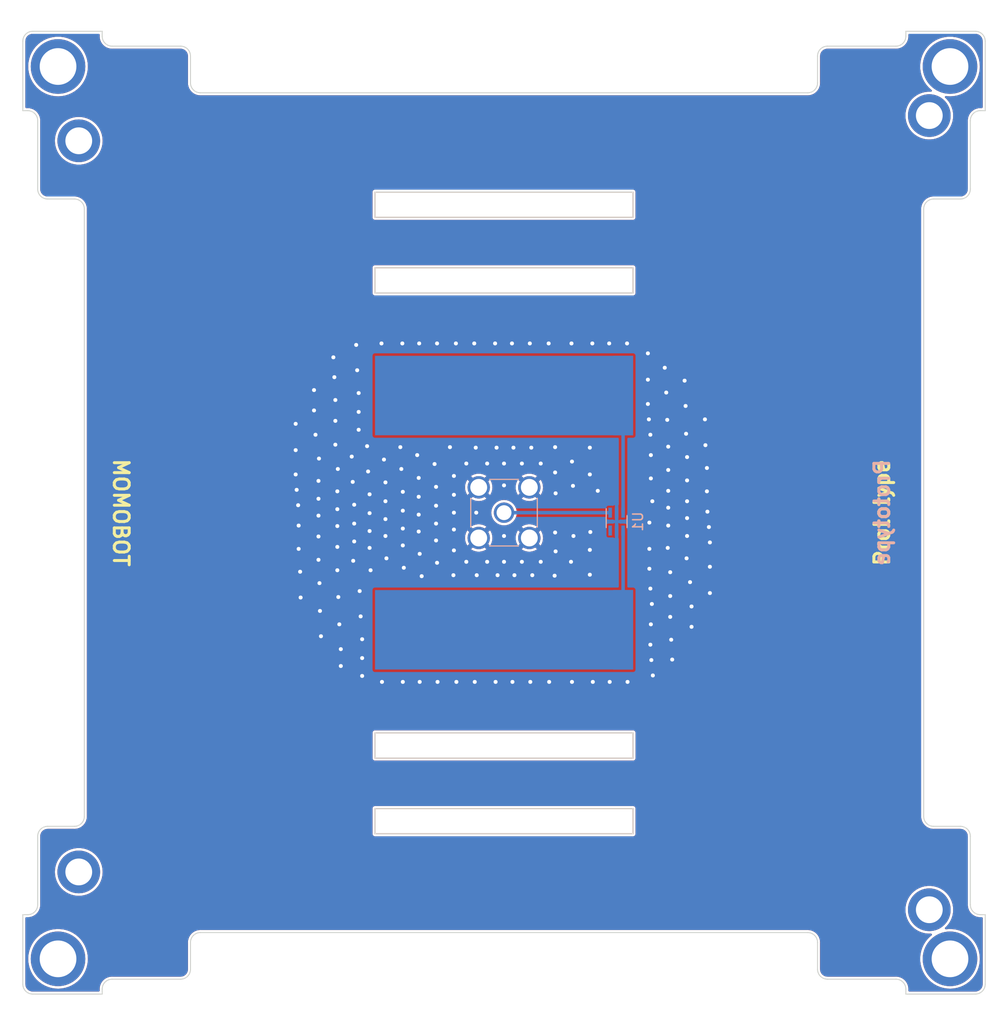
<source format=kicad_pcb>
(kicad_pcb (version 20211014) (generator pcbnew)
  (layers (0 "F.Cu" signal) (31 "B.Cu" signal) (34 "B.Paste" user) (35 "F.Paste" user) (36 "B.SilkS" user "B.Silkscreen") (37 "F.SilkS" user "F.Silkscreen") (38 "B.Mask" user) (39 "F.Mask" user) (44 "Edge.Cuts" user))
  (net 0 "")
  (net 2 "Net-(AE1-Pad1)")
  (net 3 "GND")
  (net 4 "Net-(AE1-Pad2)")
  (net 5 "Net-(J1-Pad1)")
  (footprint "ISP:MountingHole_3.7mm_Pad_Modified" (layer "F.Cu") (at 163.45 143.45)
    (fp_text reference "H4")
    (fp_text value "MountingHole")
    (pad "1" thru_hole circle (at 0 0) (size 5.5 5.5) (drill 3.7) (layers *.Cu *.Mask))
  )
  (footprint "MountingHole:MountingHole_2.7mm_M2.5_DIN965_Pad" (layer "F.Cu") (at 161.364 58.495)
    (fp_text reference "H6")
    (fp_text value "MountingHole")
    (pad "1" thru_hole circle (at 0 0) (size 4.3 4.3) (drill 2.7) (layers *.Cu *.Mask))
  )
  (footprint "ISP:MountingHole_3.7mm_Pad_Modified" (layer "F.Cu") (at 73.55 53.55)
    (fp_text reference "H1")
    (fp_text value "MountingHole")
    (pad "1" thru_hole circle (at 0 0) (size 5.5 5.5) (drill 3.7) (layers *.Cu *.Mask))
  )
  (footprint "MountingHole:MountingHole_2.7mm_M2.5_DIN965_Pad" (layer "F.Cu") (at 161.364 138.505)
    (fp_text reference "H8")
    (fp_text value "MountingHole")
    (pad "1" thru_hole circle (at 0 0) (size 4.3 4.3) (drill 2.7) (layers *.Cu *.Mask))
  )
  (footprint "MountingHole:MountingHole_2.7mm_M2.5_DIN965_Pad" (layer "F.Cu") (at 75.639 134.695)
    (fp_text reference "H7")
    (fp_text value "MountingHole")
    (pad "1" thru_hole circle (at 0 0) (size 4.3 4.3) (drill 2.7) (layers *.Cu *.Mask))
  )
  (footprint "MountingHole:MountingHole_2.7mm_M2.5_DIN965_Pad" (layer "F.Cu") (at 75.639 61.035)
    (fp_text reference "H5")
    (fp_text value "MountingHole")
    (pad "1" thru_hole circle (at 0 0) (size 4.3 4.3) (drill 2.7) (layers *.Cu *.Mask))
  )
  (footprint "ISP:MountingHole_3.7mm_Pad_Modified" (layer "F.Cu") (at 73.55 143.45)
    (fp_text reference "H3")
    (fp_text value "MountingHole")
    (pad "1" thru_hole circle (at 0 0) (size 5.5 5.5) (drill 3.7) (layers *.Cu *.Mask))
  )
  (footprint "ISP:MountingHole_3.7mm_Pad_Modified" (layer "F.Cu") (at 163.45 53.55)
    (fp_text reference "H2")
    (fp_text value "MountingHole")
    (pad "1" thru_hole circle (at 0 0) (size 5.5 5.5) (drill 3.7) (layers *.Cu *.Mask))
  )
  (footprint "ISP:SMA_Connector" (layer "B.Cu") (at 118.5 98.5 90)
    (fp_text reference "J1")
    (fp_text value "SMA Connector Male")
    (fp_line (start -1.45 -3.355) (end 1.45 -3.355) (layer "B.SilkS") (width 0.12))
    (fp_line (start 3.355 1.45) (end 3.355 -1.45) (layer "B.SilkS") (width 0.12))
    (fp_line (start -3.355 1.45) (end -3.355 -1.45) (layer "B.SilkS") (width 0.12))
    (fp_line (start -1.45 3.355) (end 1.45 3.355) (layer "B.SilkS") (width 0.12))
    (pad "1" thru_hole circle (at 0 0 90) (size 2.05 2.05) (drill 1.5) (layers *.Mask "F.Cu" "In1.Cu" "B.Cu") (net 5 "Net-(J1-Pad1)"))
    (pad "2" thru_hole circle (at 2.55 -2.55 90) (size 2.25 2.25) (drill 1.7) (layers *.Cu *.Mask) (net 3 "GND"))
    (pad "2" thru_hole circle (at -2.55 -2.55 90) (size 2.25 2.25) (drill 1.7) (layers *.Cu *.Mask) (net 3 "GND"))
    (pad "2" thru_hole circle (at -2.55 2.55 90) (size 2.25 2.25) (drill 1.7) (layers *.Cu *.Mask) (net 3 "GND"))
    (pad "2" thru_hole circle (at 2.55 2.55 90) (size 2.25 2.25) (drill 1.7) (layers *.Cu *.Mask) (net 3 "GND"))
  )
  (footprint "ISP:Antenna_Pads_Two_Slits" (layer "B.Cu") (at 118.5 98.5 -90)
    (fp_text reference "AE1")
    (fp_text value "Dipole_Antenna")
    (fp_line (start -24.67 -13) (end -22.13 -13) (layer "B.SilkS") (width 0.12))
    (fp_line (start -32.29 -13) (end -29.75 -13) (layer "B.SilkS") (width 0.12))
    (fp_line (start -29.75 13) (end -29.75 -13) (layer "B.SilkS") (width 0.12))
    (fp_line (start -32.29 13) (end -32.29 -13) (layer "B.SilkS") (width 0.12))
    (fp_line (start -29.75 13) (end -32.29 13) (layer "B.SilkS") (width 0.12))
    (fp_line (start 22.19 13) (end 22.19 -13) (layer "B.SilkS") (width 0.12))
    (fp_line (start -22.13 13) (end -22.13 -13) (layer "B.SilkS") (width 0.12))
    (fp_line (start -24.67 13) (end -24.67 -13) (layer "B.SilkS") (width 0.12))
    (fp_line (start 29.81 -13) (end 32.35 -13) (layer "B.SilkS") (width 0.12))
    (fp_line (start 32.35 13) (end 29.85 13) (layer "B.SilkS") (width 0.12))
    (fp_line (start 24.73 13) (end 24.73 -13) (layer "B.SilkS") (width 0.12))
    (fp_line (start -22.13 13) (end -24.67 13) (layer "B.SilkS") (width 0.12))
    (fp_line (start 22.19 -13) (end 24.73 -13) (layer "B.SilkS") (width 0.12))
    (fp_line (start 32.35 13) (end 32.35 -13) (layer "B.SilkS") (width 0.12))
    (fp_line (start 24.73 13) (end 22.19 13) (layer "B.SilkS") (width 0.12))
    (fp_line (start 29.81 13) (end 29.81 -13) (layer "B.SilkS") (width 0.12))
    (pad "1" smd rect (at -11.8 -12 270) (size 8 2) (layers "B.Cu" "B.Paste" "B.Mask") (net 2 "Net-(AE1-Pad1)"))
    (pad "1" smd rect (at -11.8 0 270) (size 8 26) (layers "B.Cu" "B.Paste" "B.Mask") (net 2 "Net-(AE1-Pad1)"))
    (pad "2" smd rect (at 11.8 0 270) (size 8 26) (layers "B.Cu" "B.Paste" "B.Mask") (net 4 "Net-(AE1-Pad2)"))
    (pad "2" smd rect (at 11.8 -12 270) (size 8 2) (layers "B.Cu" "B.Paste" "B.Mask") (net 4 "Net-(AE1-Pad2)"))
  )
  (footprint "RF_Converter:Balun_Johanson_5400BL15B050E" (layer "B.Cu") (at 129.85 99.4 -90)
    (fp_text reference "U1" (at 0 -2.15 90) (layer "B.SilkS") (effects (justify mirror)))
    (fp_text value "HHM1589D1")
    (fp_line (start -1.3 1.05) (end 0.6 1.05) (layer "B.SilkS") (width 0.12))
    (fp_line (start -0.6 -1.05) (end 0.6 -1.05) (layer "B.SilkS") (width 0.12))
    (pad "1" smd rect (at -0.9 0.65 270) (size 1 0.35) (layers "B.Cu" "B.Paste" "B.Mask") (net 5 "Net-(J1-Pad1)") (clearance 0.2))
    (pad "2" smd rect (at -0.9 0 270) (size 1 0.35) (layers "B.Cu" "B.Paste" "B.Mask") (net 3 "GND"))
    (pad "3" smd rect (at -0.9 -0.65 270) (size 1 0.35) (layers "B.Cu" "B.Paste" "B.Mask") (net 2 "Net-(AE1-Pad1)") (clearance 0.2))
    (pad "4" smd rect (at 0.9 -0.65 270) (size 1 0.35) (layers "B.Cu" "B.Paste" "B.Mask") (net 4 "Net-(AE1-Pad2)") (clearance 0.2))
    (pad "5" smd rect (at 0.9 0 270) (size 1 0.35) (layers "B.Cu" "B.Paste" "B.Mask") (net 3 "GND"))
    (pad "6" smd rect (at 0.9 0.65 270) (size 1 0.35) (layers "B.Cu" "B.Paste" "B.Mask") (clearance 0.2))
  )
  (gr_arc (start 76.2 129.1) (mid 75.907107 129.807107) (end 75.2 130.1) (layer "Edge.Cuts") (width 0.1))
  (gr_arc (start 71.5 131.1) (mid 71.792893 130.392893) (end 72.5 130.1) (layer "Edge.Cuts") (width 0.1))
  (gr_arc (start 160.8 67.9) (mid 161.092893 67.192893) (end 161.8 66.9) (layer "Edge.Cuts") (width 0.1))
  (gr_line (start 167 58) (end 167 51) (layer "Edge.Cuts") (width 0.1))
  (gr_line (start 167 58) (end 166.5 58) (layer "Edge.Cuts") (width 0.1))
  (gr_arc (start 87.9 56.2) (mid 87.192893 55.907107) (end 86.9 55.2) (layer "Edge.Cuts") (width 0.1))
  (gr_line (start 159 50) (end 166 50) (layer "Edge.Cuts") (width 0.1))
  (gr_arc (start 166.5 139) (mid 165.792893 138.707107) (end 165.5 138) (layer "Edge.Cuts") (width 0.1))
  (gr_arc (start 71 147) (mid 70.292893 146.707107) (end 70 146) (layer "Edge.Cuts") (width 0.1))
  (gr_line (start 149.1 140.8) (end 87.9 140.8) (layer "Edge.Cuts") (width 0.1))
  (gr_arc (start 167 146) (mid 166.707107 146.707107) (end 166 147) (layer "Edge.Cuts") (width 0.1))
  (gr_arc (start 78 146.5) (mid 78.292893 145.792893) (end 79 145.5) (layer "Edge.Cuts") (width 0.1))
  (gr_arc (start 158 145.5) (mid 158.707107 145.792893) (end 159 146.5) (layer "Edge.Cuts") (width 0.1))
  (gr_line (start 70 139) (end 70 146) (layer "Edge.Cuts") (width 0.1))
  (gr_arc (start 164.5 130.1) (mid 165.207107 130.392893) (end 165.5 131.1) (layer "Edge.Cuts") (width 0.1))
  (gr_line (start 70.5 58) (end 70 58) (layer "Edge.Cuts") (width 0.1))
  (gr_line (start 150.1 141.8) (end 150.1 144.5) (layer "Edge.Cuts") (width 0.1))
  (gr_line (start 87.9 56.2) (end 149.1 56.2) (layer "Edge.Cuts") (width 0.1))
  (gr_arc (start 72.5 66.9) (mid 71.792893 66.607107) (end 71.5 65.9) (layer "Edge.Cuts") (width 0.1))
  (gr_line (start 78 147) (end 71 147) (layer "Edge.Cuts") (width 0.1))
  (gr_line (start 166 147) (end 159 147) (layer "Edge.Cuts") (width 0.1))
  (gr_line (start 166.5 139) (end 167 139) (layer "Edge.Cuts") (width 0.1))
  (gr_arc (start 159 50.5) (mid 158.707107 51.207107) (end 158 51.5) (layer "Edge.Cuts") (width 0.1))
  (gr_line (start 160.8 67.9) (end 160.8 129.1) (layer "Edge.Cuts") (width 0.1))
  (gr_line (start 85.9 145.5) (end 79 145.5) (layer "Edge.Cuts") (width 0.1))
  (gr_rect (start 105.49989 128.311157) (end 131.499934 130.850665) (layer "Edge.Cuts") (width 0.1) (fill none))
  (gr_line (start 75.2 130.1) (end 72.5 130.1) (layer "Edge.Cuts") (width 0.1))
  (gr_line (start 165.5 59) (end 165.5 65.9) (layer "Edge.Cuts") (width 0.1))
  (gr_line (start 150.1 55.2) (end 150.1 52.5) (layer "Edge.Cuts") (width 0.1))
  (gr_arc (start 150.1 55.2) (mid 149.807107 55.907107) (end 149.1 56.2) (layer "Edge.Cuts") (width 0.1))
  (gr_line (start 86.9 141.8) (end 86.9 144.5) (layer "Edge.Cuts") (width 0.1))
  (gr_rect (start 105.497971 66.208113) (end 131.49797 68.745719) (layer "Edge.Cuts") (width 0.1) (fill none))
  (gr_line (start 158 145.5) (end 151.1 145.5) (layer "Edge.Cuts") (width 0.1))
  (gr_arc (start 86.9 141.8) (mid 87.192893 141.092893) (end 87.9 140.8) (layer "Edge.Cuts") (width 0.1))
  (gr_rect (start 105.503793 120.684906) (end 131.503837 123.224414) (layer "Edge.Cuts") (width 0.1) (fill none))
  (gr_line (start 75.2 66.9) (end 72.5 66.9) (layer "Edge.Cuts") (width 0.1))
  (gr_rect (start 105.499435 76.363697) (end 131.500565 73.825) (layer "Edge.Cuts") (width 0.1) (fill none))
  (gr_arc (start 79 51.5) (mid 78.292893 51.207107) (end 78 50.5) (layer "Edge.Cuts") (width 0.1))
  (gr_line (start 161.8 130.1) (end 164.5 130.1) (layer "Edge.Cuts") (width 0.1))
  (gr_arc (start 166 50) (mid 166.707107 50.292893) (end 167 51) (layer "Edge.Cuts") (width 0.1))
  (gr_line (start 79 51.5) (end 85.9 51.5) (layer "Edge.Cuts") (width 0.1))
  (gr_line (start 71.5 131.1) (end 71.5 138) (layer "Edge.Cuts") (width 0.1))
  (gr_line (start 161.8 66.9) (end 164.5 66.9) (layer "Edge.Cuts") (width 0.1))
  (gr_line (start 159 50) (end 159 50.5) (layer "Edge.Cuts") (width 0.1))
  (gr_arc (start 86.9 144.5) (mid 86.607107 145.207107) (end 85.9 145.5) (layer "Edge.Cuts") (width 0.1))
  (gr_line (start 78 50.5) (end 78 50) (layer "Edge.Cuts") (width 0.1))
  (gr_line (start 70 139) (end 70.5 139) (layer "Edge.Cuts") (width 0.1))
  (gr_arc (start 70.5 58) (mid 71.207107 58.292893) (end 71.5 59) (layer "Edge.Cuts") (width 0.1))
  (gr_arc (start 161.8 130.1) (mid 161.092893 129.807107) (end 160.8 129.1) (layer "Edge.Cuts") (width 0.1))
  (gr_arc (start 165.5 59) (mid 165.792893 58.292893) (end 166.5 58) (layer "Edge.Cuts") (width 0.1))
  (gr_line (start 76.2 129.1) (end 76.2 67.9) (layer "Edge.Cuts") (width 0.1))
  (gr_line (start 86.9 55.2) (end 86.9 52.5) (layer "Edge.Cuts") (width 0.1))
  (gr_line (start 70 51) (end 70 58) (layer "Edge.Cuts") (width 0.1))
  (gr_line (start 158 51.5) (end 151.1 51.5) (layer "Edge.Cuts") (width 0.1))
  (gr_line (start 71.5 59) (end 71.5 65.9) (layer "Edge.Cuts") (width 0.1))
  (gr_arc (start 85.9 51.5) (mid 86.607107 51.792893) (end 86.9 52.5) (layer "Edge.Cuts") (width 0.1))
  (gr_arc (start 165.5 65.9) (mid 165.207107 66.607107) (end 164.5 66.9) (layer "Edge.Cuts") (width 0.1))
  (gr_arc (start 149.1 140.8) (mid 149.807107 141.092893) (end 150.1 141.8) (layer "Edge.Cuts") (width 0.1))
  (gr_line (start 159 146.5) (end 159 147) (layer "Edge.Cuts") (width 0.1))
  (gr_arc (start 71.5 138) (mid 71.207107 138.707107) (end 70.5 139) (layer "Edge.Cuts") (width 0.1))
  (gr_arc (start 151.1 145.5) (mid 150.392893 145.207107) (end 150.1 144.5) (layer "Edge.Cuts") (width 0.1))
  (gr_arc (start 150.1 52.5) (mid 150.392893 51.792893) (end 151.1 51.5) (layer "Edge.Cuts") (width 0.1))
  (gr_line (start 165.5 131.1) (end 165.5 138) (layer "Edge.Cuts") (width 0.1))
  (gr_arc (start 70 51) (mid 70.292893 50.292893) (end 71 50) (layer "Edge.Cuts") (width 0.1))
  (gr_line (start 78 50) (end 71 50) (layer "Edge.Cuts") (width 0.1))
  (gr_line (start 167 139) (end 167 146) (layer "Edge.Cuts") (width 0.1))
  (gr_arc (start 75.2 66.9) (mid 75.907107 67.192893) (end 76.2 67.9) (layer "Edge.Cuts") (width 0.1))
  (gr_line (start 78 147) (end 78 146.5) (layer "Edge.Cuts") (width 0.1))
  (gr_text "Prototype" (at 156.6 98.5 90) (layer "B.SilkS") (effects (font (size 1.5 1.5) (thickness 0.3)) (justify mirror)))
  (gr_text "MOMOBOT" (at 79.9 98.5 -90) (layer "F.SilkS") (effects (font (size 1.5 1.5) (thickness 0.3))))
  (gr_text "Prototype" (at 156.6 98.5 90) (layer "F.SilkS") (effects (font (size 1.5 1.5) (thickness 0.3))))
  (segment (start 130.5 86.7) (end 130.5 98.5) (width 0.35) (layer "B.Cu") (net 2))
  (via (at 136.95 95.25) (size 0.8) (drill 0.4) (layers "F.Cu" "B.Cu") (net 3))
  (via (at 127.95 96.3) (size 0.8) (drill 0.4) (layers "F.Cu" "B.Cu") (net 3))
  (via (at 127.15 91.95) (size 0.8) (drill 0.4) (layers "F.Cu" "B.Cu") (net 3))
  (via (at 119.3 81.45) (size 0.8) (drill 0.4) (layers "F.Cu" "B.Cu") (net 3))
  (via (at 137.4 107.95) (size 0.8) (drill 0.4) (layers "F.Cu" "B.Cu") (net 3))
  (via (at 104.05 108.95) (size 0.8) (drill 0.4) (layers "F.Cu" "B.Cu") (net 3))
  (via (at 133.15 102.15) (size 0.8) (drill 0.4) (layers "F.Cu" "B.Cu") (net 3))
  (via (at 129.1 81.45) (size 0.8) (drill 0.4) (layers "F.Cu" "B.Cu") (net 3))
  (via (at 125.35 93.35) (size 0.8) (drill 0.4) (layers "F.Cu" "B.Cu") (net 3))
  (via (at 133.3 95.05) (size 0.8) (drill 0.4) (layers "F.Cu" "B.Cu") (net 3))
  (via (at 97.75 97.75) (size 0.8) (drill 0.4) (layers "F.Cu" "B.Cu") (net 3))
  (via (at 102.05 113.95) (size 0.8) (drill 0.4) (layers "F.Cu" "B.Cu") (net 3))
  (via (at 101.7 104.3) (size 0.8) (drill 0.4) (layers "F.Cu" "B.Cu") (net 3))
  (via (at 127.2 100.45) (size 0.8) (drill 0.4) (layers "F.Cu" "B.Cu") (net 3))
  (via (at 111.65 99.6) (size 0.8) (drill 0.4) (layers "F.Cu" "B.Cu") (net 3))
  (via (at 123.65 100.5) (size 0.8) (drill 0.4) (layers "F.Cu" "B.Cu") (net 3))
  (via (at 133.45 97.35) (size 0.8) (drill 0.4) (layers "F.Cu" "B.Cu") (net 3))
  (via (at 110 115.55) (size 0.8) (drill 0.4) (layers "F.Cu" "B.Cu") (net 3))
  (via (at 135.25 106.9) (size 0.8) (drill 0.4) (layers "F.Cu" "B.Cu") (net 3))
  (via (at 115.65 91.95) (size 0.8) (drill 0.4) (layers "F.Cu" "B.Cu") (net 3))
  (via (at 113.7 115.55) (size 0.8) (drill 0.4) (layers "F.Cu" "B.Cu") (net 3))
  (via (at 104.95 100.35) (size 0.8) (drill 0.4) (layers "F.Cu" "B.Cu") (net 3))
  (via (at 104.95 96.65) (size 0.8) (drill 0.4) (layers "F.Cu" "B.Cu") (net 3))
  (via (at 104.2 114.95) (size 0.8) (drill 0.4) (layers "F.Cu" "B.Cu") (net 3))
  (via (at 108.05 91.9) (size 0.8) (drill 0.4) (layers "F.Cu" "B.Cu") (net 3))
  (via (at 108.3 98.3) (size 0.8) (drill 0.4) (layers "F.Cu" "B.Cu") (net 3))
  (via (at 103.85 86.45) (size 0.8) (drill 0.4) (layers "F.Cu" "B.Cu") (net 3))
  (via (at 120.3 93.55) (size 0.8) (drill 0.4) (layers "F.Cu" "B.Cu") (net 3))
  (via (at 113.45 102.3) (size 0.8) (drill 0.4) (layers "F.Cu" "B.Cu") (net 3))
  (via (at 113.45 98.5) (size 0.8) (drill 0.4) (layers "F.Cu" "B.Cu") (net 3))
  (via (at 137.4 110) (size 0.8) (drill 0.4) (layers "F.Cu" "B.Cu") (net 3))
  (via (at 108.3 101.8) (size 0.8) (drill 0.4) (layers "F.Cu" "B.Cu") (net 3))
  (via (at 103.95 106.4) (size 0.8) (drill 0.4) (layers "F.Cu" "B.Cu") (net 3))
  (via (at 97.6 96.2) (size 0.8) (drill 0.4) (layers "F.Cu" "B.Cu") (net 3))
  (via (at 133.3 109.75) (size 0.8) (drill 0.4) (layers "F.Cu" "B.Cu") (net 3))
  (via (at 133.35 113.35) (size 0.8) (drill 0.4) (layers "F.Cu" "B.Cu") (net 3))
  (via (at 119.45 91.95) (size 0.8) (drill 0.4) (layers "F.Cu" "B.Cu") (net 3))
  (via (at 127.45 115.55) (size 0.8) (drill 0.4) (layers "F.Cu" "B.Cu") (net 3))
  (via (at 121.15 115.55) (size 0.8) (drill 0.4) (layers "F.Cu" "B.Cu") (net 3))
  (via (at 117.75 91.95) (size 0.8) (drill 0.4) (layers "F.Cu" "B.Cu") (net 3))
  (via (at 108.15 94.1) (size 0.8) (drill 0.4) (layers "F.Cu" "B.Cu") (net 3))
  (via (at 133 87.55) (size 0.8) (drill 0.4) (layers "F.Cu" "B.Cu") (net 3))
  (via (at 136.9 103.1) (size 0.8) (drill 0.4) (layers "F.Cu" "B.Cu") (net 3))
  (via (at 108.4 104.05) (size 0.8) (drill 0.4) (layers "F.Cu" "B.Cu") (net 3))
  (via (at 97.8 99.8) (size 0.8) (drill 0.4) (layers "F.Cu" "B.Cu") (net 3))
  (via (at 106.65 103.1) (size 0.8) (drill 0.4) (layers "F.Cu" "B.Cu") (net 3))
  (via (at 136.85 90.55) (size 0.8) (drill 0.4) (layers "F.Cu" "B.Cu") (net 3))
  (via (at 114.7 103.45) (size 0.8) (drill 0.4) (layers "F.Cu" "B.Cu") (net 3))
  (via (at 139 98.4) (size 0.8) (drill 0.4) (layers "F.Cu" "B.Cu") (net 3))
  (via (at 104.8 94.35) (size 0.8) (drill 0.4) (layers "F.Cu" "B.Cu") (net 3))
  (via (at 99.5 90.65) (size 0.8) (drill 0.4) (layers "F.Cu" "B.Cu") (net 3))
  (via (at 117.65 115.55) (size 0.8) (drill 0.4) (layers "F.Cu" "B.Cu") (net 3))
  (via (at 123.7 96.55) (size 0.8) (drill 0.4) (layers "F.Cu" "B.Cu") (net 3))
  (via (at 98 107.05) (size 0.8) (drill 0.4) (layers "F.Cu" "B.Cu") (net 3))
  (via (at 104.95 102.05) (size 0.8) (drill 0.4) (layers "F.Cu" "B.Cu") (net 3))
  (via (at 99.8 103.25) (size 0.8) (drill 0.4) (layers "F.Cu" "B.Cu") (net 3))
  (via (at 103.4 101.4) (size 0.8) (drill 0.4) (layers "F.Cu" "B.Cu") (net 3))
  (via (at 111.5 93.6) (size 0.8) (drill 0.4) (layers "F.Cu" "B.Cu") (net 3))
  (via (at 125.35 115.55) (size 0.8) (drill 0.4) (layers "F.Cu" "B.Cu") (net 3))
  (via (at 101.5 87.15) (size 0.8) (drill 0.4) (layers "F.Cu" "B.Cu") (net 3))
  (via (at 133.25 111.8) (size 0.8) (drill 0.4) (layers "F.Cu" "B.Cu") (net 3))
  (via (at 101.7 96.35) (size 0.8) (drill 0.4) (layers "F.Cu" "B.Cu") (net 3))
  (via (at 135.45 113.3) (size 0.8) (drill 0.4) (layers "F.Cu" "B.Cu") (net 3))
  (via (at 109.9 95) (size 0.8) (drill 0.4) (layers "F.Cu" "B.Cu") (net 3))
  (via (at 104.2 113.15) (size 0.8) (drill 0.4) (layers "F.Cu" "B.Cu") (net 3))
  (via (at 108.3 115.55) (size 0.8) (drill 0.4) (layers "F.Cu" "B.Cu") (net 3))
  (via (at 103.6 81.6) (size 0.8) (drill 0.4) (layers "F.Cu" "B.Cu") (net 3))
  (via (at 99.85 93.05) (size 0.8) (drill 0.4) (layers "F.Cu" "B.Cu") (net 3))
  (via (at 125.25 103.45) (size 0.8) (drill 0.4) (layers "F.Cu" "B.Cu") (net 3))
  (via (at 123.65 94.45) (size 0.8) (drill 0.4) (layers "F.Cu" "B.Cu") (net 3))
  (via (at 130.95 115.55) (size 0.8) (drill 0.4) (layers "F.Cu" "B.Cu") (net 3))
  (via (at 106.2 115.55) (size 0.8) (drill 0.4) (layers "F.Cu" "B.Cu") (net 3))
  (via (at 139.25 106.6) (size 0.8) (drill 0.4) (layers "F.Cu" "B.Cu") (net 3))
  (via (at 118.5 93.55) (size 0.8) (drill 0.4) (layers "F.Cu" "B.Cu") (net 3))
  (via (at 102.05 112.25) (size 0.8) (drill 0.4) (layers "F.Cu" "B.Cu") (net 3))
  (via (at 108.3 96.4) (size 0.8) (drill 0.4) (layers "F.Cu" "B.Cu") (net 3))
  (via (at 136.95 92.9) (size 0.8) (drill 0.4) (layers "F.Cu" "B.Cu") (net 3))
  (via (at 104.95 98.55) (size 0.8) (drill 0.4) (layers "F.Cu" "B.Cu") (net 3))
  (via (at 114.7 93.55) (size 0.8) (drill 0.4) (layers "F.Cu" "B.Cu") (net 3))
  (via (at 135.05 94.2) (size 0.8) (drill 0.4) (layers "F.Cu" "B.Cu") (net 3))
  (via (at 97.5 89.55) (size 0.8) (drill 0.4) (layers "F.Cu" "B.Cu") (net 3))
  (via (at 118.5 95.75) (size 0.8) (drill 0.4) (layers "F.Cu" "B.Cu") (net 3))
  (via (at 121.1 81.45) (size 0.8) (drill 0.4) (layers "F.Cu" "B.Cu") (net 3))
  (via (at 135.25 109) (size 0.8) (drill 0.4) (layers "F.Cu" "B.Cu") (net 3))
  (via (at 101.4 84.85) (size 0.8) (drill 0.4) (layers "F.Cu" "B.Cu") (net 3))
  (via (at 104.7 91.8) (size 0.8) (drill 0.4) (layers "F.Cu" "B.Cu") (net 3))
  (via (at 99.35 88.2) (size 0.8) (drill 0.4) (layers "F.Cu" "B.Cu") (net 3))
  (via (at 109.95 81.45) (size 0.8) (drill 0.4) (layers "F.Cu" "B.Cu") (net 3))
  (via (at 110 102.65) (size 0.8) (drill 0.4) (layers "F.Cu" "B.Cu") (net 3))
  (via (at 109.9 96.9) (size 0.8) (drill 0.4) (layers "F.Cu" "B.Cu") (net 3))
  (via (at 97.5 94.65) (size 0.8) (drill 0.4) (layers "F.Cu" "B.Cu") (net 3))
  (via (at 123.7 102.4) (size 0.8) (drill 0.4) (layers "F.Cu" "B.Cu") (net 3))
  (via (at 123.6 104.85) (size 0.8) (drill 0.4) (layers "F.Cu" "B.Cu") (net 3))
  (via (at 136.8 87.75) (size 0.8) (drill 0.4) (layers "F.Cu" "B.Cu") (net 3))
  (via (at 109.75 92.7) (size 0.8) (drill 0.4) (layers "F.Cu" "B.Cu") (net 3))
  (via (at 133.3 92.7) (size 0.8) (drill 0.4) (layers "F.Cu" "B.Cu") (net 3))
  (via (at 111.75 81.45) (size 0.8) (drill 0.4) (layers "F.Cu" "B.Cu") (net 3))
  (via (at 111.75 103.55) (size 0.8) (drill 0.4) (layers "F.Cu" "B.Cu") (net 3))
  (via (at 113.05 91.9) (size 0.8) (drill 0.4) (layers "F.Cu" "B.Cu") (net 3))
  (via (at 104.2 111.25) (size 0.8) (drill 0.4) (layers "F.Cu" "B.Cu") (net 3))
  (via (at 115.75 104.8) (size 0.8) (drill 0.4) (layers "F.Cu" "B.Cu") (net 3))
  (via (at 138.95 94) (size 0.8) (drill 0.4) (layers "F.Cu" "B.Cu") (net 3))
  (via (at 120.3 103.45) (size 0.8) (drill 0.4) (layers "F.Cu" "B.Cu") (net 3))
  (via (at 113.4 104.8) (size 0.8) (drill 0.4) (layers "F.Cu" "B.Cu") (net 3))
  (via (at 136.7 85.2) (size 0.8) (drill 0.4) (layers "F.Cu" "B.Cu") (net 3))
  (via (at 101.5 91.65) (size 0.8) (drill 0.4) (layers "F.Cu" "B.Cu") (net 3))
  (via (at 133.15 104.15) (size 0.8) (drill 0.4) (layers "F.Cu" "B.Cu") (net 3))
  (via (at 106.15 81.45) (size 0.8) (drill 0.4) (layers "F.Cu" "B.Cu") (net 3))
  (via (at 99.9 105.6) (size 0.8) (drill 0.4) (layers "F.Cu" "B.Cu") (net 3))
  (via (at 106.55 95.45) (size 0.8) (drill 0.4) (layers "F.Cu" "B.Cu") (net 3))
  (via (at 106.55 97.35) (size 0.8) (drill 0.4) (layers "F.Cu" "B.Cu") (net 3))
  (via (at 113.45 100.2) (size 0.8) (drill 0.4) (layers "F.Cu" "B.Cu") (net 3))
  (via (at 134.85 86.4) (size 0.8) (drill 0.4) (layers "F.Cu" "B.Cu") (net 3))
  (via (at 127.15 102.25) (size 0.8) (drill 0.4) (layers "F.Cu" "B.Cu") (net 3))
  (via (at 103.25 95.4) (size 0.8) (drill 0.4) (layers "F.Cu" "B.Cu") (net 3))
  (via (at 133.4 107.7) (size 0.8) (drill 0.4) (layers "F.Cu" "B.Cu") (net 3))
  (via (at 135.05 99.8) (size 0.8) (drill 0.4) (layers "F.Cu" "B.Cu") (net 3))
  (via (at 101.75 94.1) (size 0.8) (drill 0.4) (layers "F.Cu" "B.Cu") (net 3))
  (via (at 138.95 96.35) (size 0.8) (drill 0.4) (layers "F.Cu" "B.Cu") (net 3))
  (via (at 136.95 99.05) (size 0.8) (drill 0.4) (layers "F.Cu" "B.Cu") (net 3))
  (via (at 133.25 90.65) (size 0.8) (drill 0.4) (layers "F.Cu" "B.Cu") (net 3))
  (via (at 135 102.05) (size 0.8) (drill 0.4) (layers "F.Cu" "B.Cu") (net 3))
  (via (at 127.15 94.65) (size 0.8) (drill 0.4) (layers "F.Cu" "B.Cu") (net 3))
  (via (at 109.9 98.7) (size 0.8) (drill 0.4) (layers "F.Cu" "B.Cu") (net 3))
  (via (at 113.45 96.7) (size 0.8) (drill 0.4) (layers "F.Cu" "B.Cu") (net 3))
  (via (at 108.25 81.45) (size 0.8) (drill 0.4) (layers "F.Cu" "B.Cu") (net 3))
  (via (at 136.95 100.85) (size 0.8) (drill 0.4) (layers "F.Cu" "B.Cu") (net 3))
  (via (at 139.25 103.95) (size 0.8) (drill 0.4) (layers "F.Cu" "B.Cu") (net 3))
  (via (at 103.3 103.35) (size 0.8) (drill 0.4) (layers "F.Cu" "B.Cu") (net 3))
  (via (at 113.45 94.8) (size 0.8) (drill 0.4) (layers "F.Cu" "B.Cu") (net 3))
  (via (at 121.35 104.8) (size 0.8) (drill 0.4) (layers "F.Cu" "B.Cu") (net 3))
  (via (at 111.65 101.3) (size 0.8) (drill 0.4) (layers "F.Cu" "B.Cu") (net 3))
  (via (at 135.05 96.3) (size 0.8) (drill 0.4) (layers "F.Cu" "B.Cu") (net 3))
  (via (at 106.55 100.85) (size 0.8) (drill 0.4) (layers "F.Cu" "B.Cu") (net 3))
  (via (at 111.8 115.55) (size 0.8) (drill 0.4) (layers "F.Cu" "B.Cu") (net 3))
  (via (at 125.45 95.8) (size 0.8) (drill 0.4) (layers "F.Cu" "B.Cu") (net 3))
  (via (at 123 81.45) (size 0.8) (drill 0.4) (layers "F.Cu" "B.Cu") (net 3))
  (via (at 99.95 108.4) (size 0.8) (drill 0.4) (layers "F.Cu" "B.Cu") (net 3))
  (via (at 100.05 110.95) (size 0.8) (drill 0.4) (layers "F.Cu" "B.Cu") (net 3))
  (via (at 113.65 81.45) (size 0.8) (drill 0.4) (layers "F.Cu" "B.Cu") (net 3))
  (via (at 122.2 103.45) (size 0.8) (drill 0.4) (layers "F.Cu" "B.Cu") (net 3))
  (via (at 105.05 104.3) (size 0.8) (drill 0.4) (layers "F.Cu" "B.Cu") (net 3))
  (via (at 116.8 103.45) (size 0.8) (drill 0.4) (layers "F.Cu" "B.Cu") (net 3))
  (via (at 119.35 115.55) (size 0.8) (drill 0.4) (layers "F.Cu" "B.Cu") (net 3))
  (via (at 106.55 99.15) (size 0.8) (drill 0.4) (layers "F.Cu" "B.Cu") (net 3))
  (via (at 135.35 111.3) (size 0.8) (drill 0.4) (layers "F.Cu" "B.Cu") (net 3))
  (via (at 119.55 104.8) (size 0.8) (drill 0.4) (layers "F.Cu" "B.Cu") (net 3))
  (via (at 118.5 100.85) (size 0.8) (drill 0.4) (layers "F.Cu" "B.Cu") (net 3))
  (via (at 101.8 107) (size 0.8) (drill 0.4) (layers "F.Cu" "B.Cu") (net 3))
  (via (at 138.8 91.7) (size 0.8) (drill 0.4) (layers "F.Cu" "B.Cu") (net 3))
  (via (at 130.9 81.45) (size 0.8) (drill 0.4) (layers "F.Cu" "B.Cu") (net 3))
  (via (at 99.8 98.8) (size 0.8) (drill 0.4) (layers "F.Cu" "B.Cu") (net 3))
  (via (at 101.9 109.75) (size 0.8) (drill 0.4) (layers "F.Cu" "B.Cu") (net 3))
  (via (at 97.95 104.45) (size 0.8) (drill 0.4) (layers "F.Cu" "B.Cu") (net 3))
  (via (at 99.8 95.3) (size 0.8) (drill 0.4) (layers "F.Cu" "B.Cu") (net 3))
  (via (at 134.7 83.9) (size 0.8) (drill 0.4) (layers "F.Cu" "B.Cu") (net 3))
  (via (at 136.95 97.35) (size 0.8) (drill 0.4) (layers "F.Cu" "B.Cu") (net 3))
  (via (at 139.25 101.5) (size 0.8) (drill 0.4) (layers "F.Cu" "B.Cu") (net 3))
  (via (at 133.5 114.9) (size 0.8) (drill 0.4) (layers "F.Cu" "B.Cu") (net 3))
  (via (at 111.65 95.9) (size 0.8) (drill 0.4) (layers "F.Cu" "B.Cu") (net 3))
  (via (at 123.65 91.9) (size 0.8) (drill 0.4) (layers "F.Cu" "B.Cu") (net 3))
  (via (at 133.1 89.1) (size 0.8) (drill 0.4) (layers "F.Cu" "B.Cu") (net 3))
  (via (at 97.8 102.15) (size 0.8) (drill 0.4) (layers "F.Cu" "B.Cu") (net 3))
  (via (at 103.85 90.15) (size 0.8) (drill 0.4) (layers "F.Cu" "B.Cu") (net 3))
  (via (at 103.4 99.6) (size 0.8) (drill 0.4) (layers "F.Cu" "B.Cu") (net 3))
  (via (at 133 82.45) (size 0.8) (drill 0.4) (layers "F.Cu" "B.Cu") (net 3))
  (via (at 97.5 92.2) (size 0.8) (drill 0.4) (layers "F.Cu" "B.Cu") (net 3))
  (via (at 108.3 100.1) (size 0.8) (drill 0.4) (layers "F.Cu" "B.Cu") (net 3))
  (via (at 109.9 100.4) (size 0.8) (drill 0.4) (layers "F.Cu" "B.Cu") (net 3))
  (via (at 103.85 88.35) (size 0.8) (drill 0.4) (layers "F.Cu" "B.Cu") (net 3))
  (via (at 127.15 104.75) (size 0.8) (drill 0.4) (layers "F.Cu" "B.Cu") (net 3))
  (via (at 135.05 98) (size 0.8) (drill 0.4) (layers "F.Cu" "B.Cu") (net 3))
  (via (at 127.4 81.45) (size 0.8) (drill 0.4) (layers "F.Cu" "B.Cu") (net 3))
  (via (at 103.7 84.15) (size 0.8) (drill 0.4) (layers "F.Cu" "B.Cu") (net 3))
  (via (at 99.8 97.1) (size 0.8) (drill 0.4) (layers "F.Cu" "B.Cu") (net 3))
  (via (at 101.7 99.85) (size 0.8) (drill 0.4) (layers "F.Cu" "B.Cu") (net 3))
  (via (at 101.7 98.15) (size 0.8) (drill 0.4) (layers "F.Cu" "B.Cu") (net 3))
  (via (at 115.5 81.45) (size 0.8) (drill 0.4) (layers "F.Cu" "B.Cu") (net 3))
  (via (at 99.8 100.9) (size 0.8) (drill 0.4) (layers "F.Cu" "B.Cu") (net 3))
  (via (at 137.25 105.5) (size 0.8) (drill 0.4) (layers "F.Cu" "B.Cu") (net 3))
  (via (at 101.7 101.95) (size 0.8) (drill 0.4) (layers "F.Cu" "B.Cu") (net 3))
  (via (at 115.7 98.5) (size 0.8) (drill 0.4) (layers "F.Cu" "B.Cu") (net 3))
  (via (at 139.15 99.95) (size 0.8) (drill 0.4) (layers "F.Cu" "B.Cu") (net 3))
  (via (at 101.5 89.25) (size 0.8) (drill 0.4) (layers "F.Cu" "B.Cu") (net 3))
  (via (at 134.95 89.15) (size 0.8) (drill 0.4) (layers "F.Cu" "B.Cu") (net 3))
  (via (at 125.5 100.85) (size 0.8) (drill 0.4) (layers "F.Cu" "B.Cu") (net 3))
  (via (at 106.4 93.15) (size 0.8) (drill 0.4) (layers "F.Cu" "B.Cu") (net 3))
  (via (at 133.15 99.5) (size 0.8) (drill 0.4) (layers "F.Cu" "B.Cu") (net 3))
  (via (at 103.15 92.85) (size 0.8) (drill 0.4) (layers "F.Cu" "B.Cu") (net 3))
  (via (at 133 85.1) (size 0.8) (drill 0.4) (layers "F.Cu" "B.Cu") (net 3))
  (via (at 129.15 115.55) (size 0.8) (drill 0.4) (layers "F.Cu" "B.Cu") (net 3))
  (via (at 117.6 81.45) (size 0.8) (drill 0.4) (layers "F.Cu" "B.Cu") (net 3))
  (via (at 118.5 103.45) (size 0.8) (drill 0.4) (layers "F.Cu" "B.Cu") (net 3))
  (via (at 116.8 93.55) (size 0.8) (drill 0.4) (layers "F.Cu" "B.Cu") (net 3))
  (via (at 103.4 97.7) (size 0.8) (drill 0.4) (layers "F.Cu" "B.Cu") (net 3))
  (via (at 117.85 104.8) (size 0.8) (drill 0.4) (layers "F.Cu" "B.Cu") (net 3))
  (via (at 138.75 89.1) (size 0.8) (drill 0.4) (layers "F.Cu" "B.Cu") (net 3))
  (via (at 133.25 106.15) (size 0.8) (drill 0.4) (layers "F.Cu" "B.Cu") (net 3))
  (via (at 125.3 81.45) (size 0.8) (drill 0.4) (layers "F.Cu" "B.Cu") (net 3))
  (via (at 122.2 93.55) (size 0.8) (drill 0.4) (layers "F.Cu" "B.Cu") (net 3))
  (via (at 99.35 86.15) (size 0.8) (drill 0.4) (layers "F.Cu" "B.Cu") (net 3))
  (via (at 110.2 104.9) (size 0.8) (drill 0.4) (layers "F.Cu" "B.Cu") (net 3))
  (via (at 123.05 115.55) (size 0.8) (drill 0.4) (layers "F.Cu" "B.Cu") (net 3))
  (via (at 101.3 82.85) (size 0.8) (drill 0.4) (layers "F.Cu" "B.Cu") (net 3))
  (via (at 115.55 115.55) (size 0.8) (drill 0.4) (layers "F.Cu" "B.Cu") (net 3))
  (via (at 111.65 97.8) (size 0.8) (drill 0.4) (layers "F.Cu" "B.Cu") (net 3))
  (via (at 135.25 104.5) (size 0.8) (drill 0.4) (layers "F.Cu" "B.Cu") (net 3))
  (via (at 135.05 91.85) (size 0.8) (drill 0.4) (layers "F.Cu" "B.Cu") (net 3))
  (via (at 121.25 91.95) (size 0.8) (drill 0.4) (layers "F.Cu" "B.Cu") (net 3))
  (segment (start 130.5 100.3) (end 130.5 110.3) (width 0.35) (layer "B.Cu") (net 4))
  (segment (start 129.2 98.5) (end 118.5 98.5) (width 0.35) (layer "B.Cu") (net 5))
  (zone (net 3) (net_name "GND") (layers F&B.Cu) (connect_pads (clearance 0.254)) (min_thickness 0.2032) (fill yes (thermal_gap 0.254) (thermal_bridge_width 0.508))
    (polygon (pts (xy 168.8 47) (xy 168.8 150.05) (xy 67.7 150.05) (xy 67.7 46.85)))
  )
)
</source>
